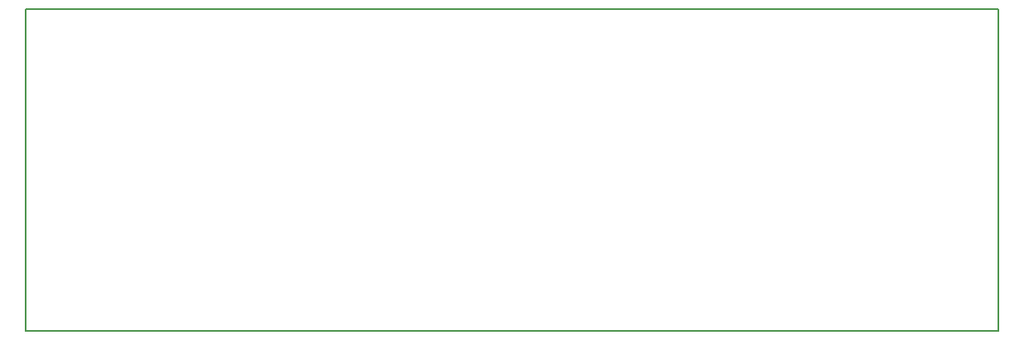
<source format=gbr>
G04 #@! TF.GenerationSoftware,KiCad,Pcbnew,5.0.2+dfsg1-1*
G04 #@! TF.CreationDate,2021-01-08T16:21:55+01:00*
G04 #@! TF.ProjectId,TTGO_weatherboard,5454474f-5f77-4656-9174-686572626f61,rev?*
G04 #@! TF.SameCoordinates,Original*
G04 #@! TF.FileFunction,Profile,NP*
%FSLAX46Y46*%
G04 Gerber Fmt 4.6, Leading zero omitted, Abs format (unit mm)*
G04 Created by KiCad (PCBNEW 5.0.2+dfsg1-1) date Fr 08 Jan 2021 16:21:55 CET*
%MOMM*%
%LPD*%
G01*
G04 APERTURE LIST*
%ADD10C,0.200000*%
G04 APERTURE END LIST*
D10*
X98450400Y-89399600D02*
X98450400Y-56438800D01*
X198000000Y-89399600D02*
X98450400Y-89399600D01*
X198000000Y-56489600D02*
X198000000Y-89399600D01*
X98501200Y-56489600D02*
X198000000Y-56489600D01*
M02*

</source>
